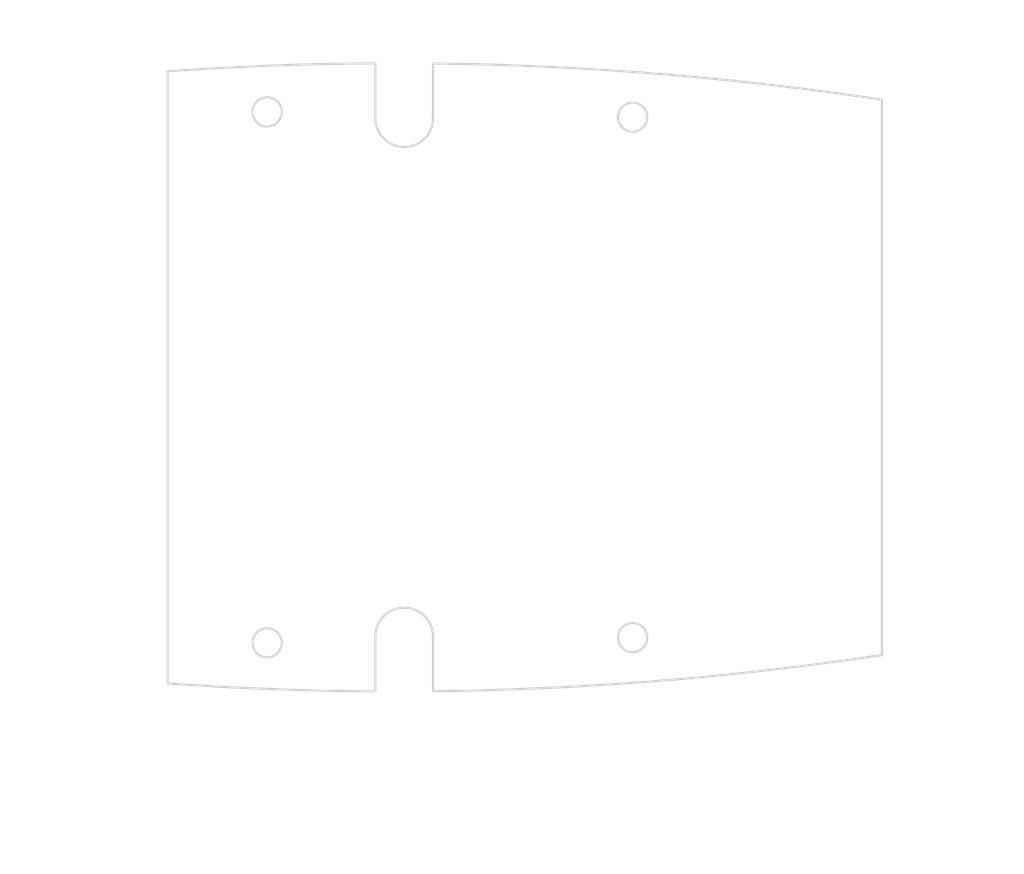
<source format=kicad_pcb>
(kicad_pcb (version 20190605) (host pcbnew "(5.99.0-29-gc3274e15f-dirty)")

  (general
    (thickness 1.6002)
    (drawings 25)
    (tracks 0)
    (modules 0)
    (nets 1)
  )

  (page "USLetter")
  (title_block
    (rev "1")
  )

  (layers
    (0 "Front" signal)
    (1 "In1.Cu" signal)
    (2 "In2.Cu" signal)
    (31 "Back" signal)
    (34 "B.Paste" user)
    (35 "F.Paste" user)
    (36 "B.SilkS" user)
    (37 "F.SilkS" user)
    (38 "B.Mask" user)
    (39 "F.Mask" user)
    (40 "Dwgs.User" user)
    (44 "Edge.Cuts" user)
    (45 "Margin" user)
    (46 "B.CrtYd" user)
    (47 "F.CrtYd" user)
    (49 "F.Fab" user)
  )

  (setup
    (last_trace_width 0.15)
    (user_trace_width 0.2)
    (user_trace_width 0.4)
    (user_trace_width 0.6)
    (user_trace_width 1)
    (trace_clearance 0.15)
    (zone_clearance 0.508)
    (zone_45_only no)
    (trace_min 0.1)
    (via_size 0.7)
    (via_drill 0.3)
    (via_min_size 0.5)
    (via_min_drill 0.2)
    (user_via 0.5 0.2)
    (user_via 0.9 0.4)
    (uvia_size 0.6858)
    (uvia_drill 0.3302)
    (uvias_allowed no)
    (uvia_min_size 0)
    (uvia_min_drill 0)
    (max_error 0.005)
    (defaults
      (edge_clearance 0.01)
      (edge_cuts_line_width 0.05)
      (courtyard_line_width 0.05)
      (copper_line_width 0.2)
      (copper_text_dims (size 1 1) (thickness 0.2) keep_upright)
      (silk_line_width 0.15)
      (silk_text_dims (size 0.8 0.8) (thickness 0.15) keep_upright)
      (other_layers_line_width 0.1)
      (other_layers_text_dims (size 1 1) (thickness 0.15) keep_upright)
    )
    (pad_size 1.524 1.524)
    (pad_drill 0.762)
    (pad_to_mask_clearance 0)
    (solder_mask_min_width 0.1016)
    (aux_axis_origin 0 0)
    (visible_elements FFFFFF7F)
    (pcbplotparams
      (layerselection 0x010fc_ffffffff)
      (usegerberextensions false)
      (usegerberattributes false)
      (usegerberadvancedattributes false)
      (creategerberjobfile false)
      (excludeedgelayer true)
      (linewidth 0.152400)
      (plotframeref false)
      (viasonmask false)
      (mode 1)
      (useauxorigin false)
      (hpglpennumber 1)
      (hpglpenspeed 20)
      (hpglpendiameter 15.000000)
      (psnegative false)
      (psa4output false)
      (plotreference true)
      (plotvalue false)
      (plotinvisibletext false)
      (padsonsilk false)
      (subtractmaskfromsilk true)
      (outputformat 1)
      (mirror false)
      (drillshape 0)
      (scaleselection 1)
      (outputdirectory "./gerbers"))
  )

  (net 0 "")

  (net_class "Default" "This is the default net class."
    (clearance 0.15)
    (trace_width 0.15)
    (via_dia 0.7)
    (via_drill 0.3)
    (uvia_dia 0.6858)
    (uvia_drill 0.3302)
    (diff_pair_width 0.1524)
    (diff_pair_gap 0.254)
  )

  (gr_text "1553BBAT" (at 129.8 126.4) (layer "Dwgs.User")
    (effects (font (size 2 2) (thickness 0.15)))
  )
  (dimension 22.73635 (width 0.1) (layer "Dwgs.User")
    (gr_text "22.74 mm" (at 71.368175 32.95) (layer "Dwgs.User")
      (effects (font (size 1 1) (thickness 0.15)))
    )
    (feature1 (pts (xy 82.73635 40) (xy 82.73635 33.613579)))
    (feature2 (pts (xy 60 40) (xy 60 33.613579)))
    (crossbar (pts (xy 60 34.2) (xy 82.73635 34.2)))
    (arrow1a (pts (xy 82.73635 34.2) (xy 81.609846 34.786421)))
    (arrow1b (pts (xy 82.73635 34.2) (xy 81.609846 33.613579)))
    (arrow2a (pts (xy 60 34.2) (xy 61.126504 34.786421)))
    (arrow2b (pts (xy 60 34.2) (xy 61.126504 33.613579)))
  )
  (dimension 10.899075 (width 0.1) (layer "Dwgs.User")
    (gr_text "10.9 mm" (at 65.449537 116.85) (layer "Dwgs.User")
      (effects (font (size 1 1) (thickness 0.15)))
    )
    (feature1 (pts (xy 60 102.552581) (xy 60 116.186421)))
    (feature2 (pts (xy 70.899075 102.552581) (xy 70.899075 116.186421)))
    (crossbar (pts (xy 70.899075 115.6) (xy 60 115.6)))
    (arrow1a (pts (xy 60 115.6) (xy 61.126504 115.013579)))
    (arrow1b (pts (xy 60 115.6) (xy 61.126504 116.186421)))
    (arrow2a (pts (xy 70.899075 115.6) (xy 69.772571 115.013579)))
    (arrow2b (pts (xy 70.899075 115.6) (xy 69.772571 116.186421)))
  )
  (dimension 40 (width 0.1) (layer "Dwgs.User")
    (gr_text "40.000 mm" (at 90.899075 116.949999) (layer "Dwgs.User")
      (effects (font (size 1 1) (thickness 0.15)))
    )
    (feature1 (pts (xy 110.899075 102.552581) (xy 110.899075 116.28642)))
    (feature2 (pts (xy 70.899075 102.552581) (xy 70.899075 116.28642)))
    (crossbar (pts (xy 70.899075 115.699999) (xy 110.899075 115.699999)))
    (arrow1a (pts (xy 110.899075 115.699999) (xy 109.772571 116.28642)))
    (arrow1b (pts (xy 110.899075 115.699999) (xy 109.772571 115.113578)))
    (arrow2a (pts (xy 70.899075 115.699999) (xy 72.025579 116.28642)))
    (arrow2b (pts (xy 70.899075 115.699999) (xy 72.025579 115.113578)))
  )
  (dimension 78.181136 (width 0.1) (layer "Dwgs.User")
    (gr_text "78.18 mm" (at 99.090568 124.155029) (layer "Dwgs.User")
      (effects (font (size 1 1) (thickness 0.15)))
    )
    (feature1 (pts (xy 60 103.888669) (xy 60 123.49145)))
    (feature2 (pts (xy 138.181136 103.888669) (xy 138.181136 123.49145)))
    (crossbar (pts (xy 138.181136 122.905029) (xy 60 122.905029)))
    (arrow1a (pts (xy 60 122.905029) (xy 61.126504 122.318608)))
    (arrow1b (pts (xy 60 122.905029) (xy 61.126504 123.49145)))
    (arrow2a (pts (xy 138.181136 122.905029) (xy 137.054632 122.318608)))
    (arrow2b (pts (xy 138.181136 122.905029) (xy 137.054632 123.49145)))
  )
  (dimension 58.10516 (width 0.1) (layer "Dwgs.User")
    (gr_text "58.105 mm" (at 50.85 73.500001 270) (layer "Dwgs.User")
      (effects (font (size 1 1) (thickness 0.15)))
    )
    (feature1 (pts (xy 70.899075 102.552581) (xy 51.513579 102.552581)))
    (feature2 (pts (xy 70.899075 44.447421) (xy 51.513579 44.447421)))
    (crossbar (pts (xy 52.1 44.447421) (xy 52.1 102.552581)))
    (arrow1a (pts (xy 52.1 102.552581) (xy 51.513579 101.426077)))
    (arrow1b (pts (xy 52.1 102.552581) (xy 52.686421 101.426077)))
    (arrow2a (pts (xy 52.1 44.447421) (xy 51.513579 45.573925)))
    (arrow2b (pts (xy 52.1 44.447421) (xy 52.686421 45.573925)))
  )
  (dimension 56.961949 (width 0.1) (layer "Dwgs.User")
    (gr_text "56.962 mm" (at 148.45 73.5 90) (layer "Dwgs.User")
      (effects (font (size 1 1) (thickness 0.15)))
    )
    (feature1 (pts (xy 110.899075 45.019026) (xy 147.786421 45.019026)))
    (feature2 (pts (xy 110.899075 101.980975) (xy 147.786421 101.980975)))
    (crossbar (pts (xy 147.2 101.980975) (xy 147.2 45.019026)))
    (arrow1a (pts (xy 147.2 45.019026) (xy 147.786421 46.14553)))
    (arrow1b (pts (xy 147.2 45.019026) (xy 146.613579 46.14553)))
    (arrow2a (pts (xy 147.2 101.980975) (xy 147.786421 100.854471)))
    (arrow2b (pts (xy 147.2 101.980975) (xy 146.613579 100.854471)))
  )
  (dimension 60.777337 (width 0.1) (layer "Dwgs.User")
    (gr_text "60.78 mm" (at 152.33958 73.5 90) (layer "Dwgs.User")
      (effects (font (size 1 1) (thickness 0.15)))
    )
    (feature1 (pts (xy 138.181136 43.111332) (xy 151.676001 43.111332)))
    (feature2 (pts (xy 138.181136 103.888669) (xy 151.676001 103.888669)))
    (crossbar (pts (xy 151.08958 103.888669) (xy 151.08958 43.111332)))
    (arrow1a (pts (xy 151.08958 43.111332) (xy 151.676001 44.237836)))
    (arrow1b (pts (xy 151.08958 43.111332) (xy 150.503159 44.237836)))
    (arrow2a (pts (xy 151.08958 103.888669) (xy 151.676001 102.762165)))
    (arrow2b (pts (xy 151.08958 103.888669) (xy 150.503159 102.762165)))
  )
  (dimension 67 (width 0.1) (layer "Dwgs.User")
    (gr_text "67.000 mm" (at 45.381505 73.5 270) (layer "Dwgs.User")
      (effects (font (size 1 1) (thickness 0.15)))
    )
    (feature1 (pts (xy 60 107) (xy 46.045084 107)))
    (feature2 (pts (xy 60 40) (xy 46.045084 40)))
    (crossbar (pts (xy 46.631505 40) (xy 46.631505 107)))
    (arrow1a (pts (xy 46.631505 107) (xy 46.045084 105.873496)))
    (arrow1b (pts (xy 46.631505 107) (xy 47.217926 105.873496)))
    (arrow2a (pts (xy 46.631505 40) (xy 46.045084 41.126504)))
    (arrow2b (pts (xy 46.631505 40) (xy 47.217926 41.126504)))
  )
  (gr_arc (start 85.899075 45.125881) (end 82.73635 45.125881) (angle -180) (layer "Edge.Cuts") (width 0.25))
  (gr_circle (center 70.899075 102.552581) (end 72.499075 102.552581) (layer "Edge.Cuts") (width 0.25))
  (gr_arc (start 85.899075 101.874121) (end 89.061799 101.874121) (angle -180) (layer "Edge.Cuts") (width 0.25))
  (gr_line (start 82.73635 45.125881) (end 82.73635 39.133751) (layer "Edge.Cuts") (width 0.25))
  (gr_line (start 138.181136 103.888669) (end 138.181136 43.111332) (layer "Edge.Cuts") (width 0.25))
  (gr_circle (center 70.899075 44.447421) (end 72.499075 44.447421) (layer "Edge.Cuts") (width 0.25))
  (gr_arc (start 84.966167 396.471794) (end 138.181136 43.111332) (angle -7.907509115) (layer "Edge.Cuts") (width 0.25))
  (gr_line (start 89.061799 101.874121) (end 89.061799 107.849736) (layer "Edge.Cuts") (width 0.25))
  (gr_arc (start 84.966167 -249.471793) (end 60 107.000001) (angle -3.648749408) (layer "Edge.Cuts") (width 0.25))
  (gr_line (start 82.73635 107.86625) (end 82.73635 101.874121) (layer "Edge.Cuts") (width 0.25))
  (gr_circle (center 110.899075 45.019026) (end 112.499075 45.019026) (layer "Edge.Cuts") (width 0.25))
  (gr_line (start 60 40) (end 60 107) (layer "Edge.Cuts") (width 0.25))
  (gr_line (start 89.061799 39.150266) (end 89.061799 45.125881) (layer "Edge.Cuts") (width 0.25))
  (gr_arc (start 84.966167 396.471794) (end 82.73635 39.133751) (angle -3.648749419) (layer "Edge.Cuts") (width 0.25))
  (gr_arc (start 84.966167 -249.471793) (end 89.061799 107.849736) (angle -7.907509116) (layer "Edge.Cuts") (width 0.25))
  (gr_circle (center 110.899075 101.980975) (end 112.499075 101.980975) (layer "Edge.Cuts") (width 0.25))

)

</source>
